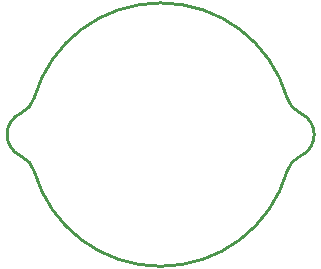
<source format=gko>
G04 Layer: BoardOutlineLayer*
G04 EasyEDA v6.5.34, 2024-07-20 14:38:50*
G04 d238affa5e1f45398f1abd9929531197,9f2f25eebc5e4964923e048cec00becc,10*
G04 Gerber Generator version 0.2*
G04 Scale: 100 percent, Rotated: No, Reflected: No *
G04 Dimensions in inches *
G04 leading zeros omitted , absolute positions ,3 integer and 6 decimal *
%FSLAX36Y36*%
%MOIN*%

%ADD10C,0.0100*%
D10*
G75*
G01*
X-421712Y-121897D02*
G03*
X-465212Y-71881I-75643J-21864D01*
G75*
G01*
X-465212Y71880D02*
G03*
X-421712Y121896I-32143J71880D01*
G75*
G01*
X421712Y121896D02*
G03*
X465213Y71880I75643J21865D01*
G75*
G01*
X465213Y-71881D02*
G03*
X421712Y-121897I32142J-71881D01*
G75*
G01*
X-465212Y71880D02*
G03*
X-465212Y-71881I32143J-71880D01*
G75*
G01*
X465213Y-71881D02*
G03*
X465213Y71880I-32143J71881D01*
G75*
G01*
X-421712Y-121897D02*
G03*
X421712Y-121897I421712J121897D01*
G75*
G01*
X421712Y121896D02*
G03*
X-421712Y121896I-421712J-121897D01*

%LPD*%
M02*

</source>
